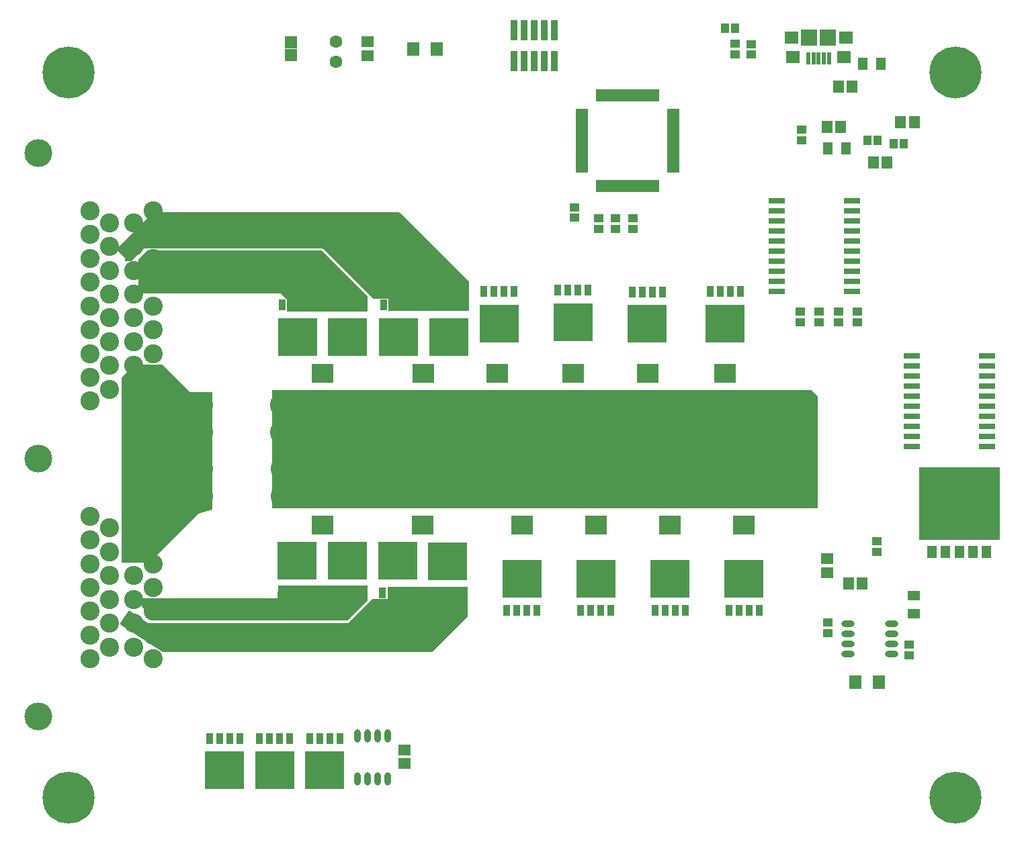
<source format=gbr>
%TF.GenerationSoftware,Altium Limited,Altium Designer,19.1.8 (144)*%
G04 Layer_Color=8388736*
%FSLAX26Y26*%
%MOIN*%
%TF.FileFunction,Soldermask,Top*%
%TF.Part,Single*%
G01*
G75*
%TA.AperFunction,SMDPad,CuDef*%
%ADD74R,0.047370X0.043433*%
%ADD75R,0.043433X0.047370*%
%ADD78R,0.061150X0.053276*%
%ADD85R,0.045402X0.041465*%
%ADD88R,0.053276X0.061150*%
%ADD89O,0.031622X0.065087*%
%ADD91R,0.082803X0.031622*%
%ADD92R,0.041465X0.045402*%
%ADD93O,0.065087X0.031622*%
%ADD94R,0.051307X0.059181*%
%TA.AperFunction,ComponentPad*%
%ADD97C,0.094614*%
%ADD98C,0.137921*%
%ADD99C,0.108000*%
%TA.AperFunction,ViaPad*%
%ADD100C,0.258000*%
%TA.AperFunction,ComponentPad*%
%ADD101C,0.063118*%
%ADD102C,0.019811*%
%TA.AperFunction,SMDPad,CuDef*%
%ADD103R,0.401701X0.362331*%
%ADD104R,0.019811X0.061150*%
%ADD105R,0.061150X0.019811*%
%ADD106R,0.061150X0.065087*%
%ADD107R,0.059181X0.051307*%
%ADD108R,0.110362X0.096583*%
%ADD109R,0.035559X0.053276*%
%ADD110R,0.193039X0.189102*%
%TA.AperFunction,ConnectorPad*%
%ADD111R,0.023748X0.061150*%
%ADD112R,0.070992X0.063118*%
%ADD113R,0.065087X0.059181*%
%TA.AperFunction,SMDPad,CuDef*%
%ADD114R,0.082803X0.082803*%
%ADD115R,0.037921X0.102488*%
%ADD116R,0.063118X0.059181*%
%ADD117R,0.050126X0.061937*%
G36*
X2286000Y2863000D02*
Y2717000D01*
X1888000D01*
Y2777000D01*
X1813500Y2777000D01*
X1561500Y3029000D01*
X675500D01*
X609500Y2963000D01*
X583536Y2963000D01*
X580000Y2966536D01*
Y2980000D01*
X536000Y3024000D01*
X720000Y3208000D01*
X1941000D01*
X2286000Y2863000D01*
D02*
G37*
G36*
X1557000Y3018500D02*
X1785000Y2790500D01*
Y2713000D01*
X1385000D01*
X1384000Y2775000D01*
X1355000Y2804000D01*
X648000D01*
Y2975000D01*
X691500Y3018500D01*
X1557000Y3018500D01*
D02*
G37*
G36*
X3988000Y2325000D02*
X4018000Y2295000D01*
X4018000Y1737000D01*
X1309000D01*
Y2325000D01*
X3988000Y2325000D01*
D02*
G37*
G36*
X901000Y2315000D02*
X1012000D01*
Y1733575D01*
X1011801Y1732750D01*
X943791Y1710791D01*
X702000Y1469000D01*
X563000D01*
X563000Y2385000D01*
X628000Y2450000D01*
X766000D01*
X901000Y2315000D01*
D02*
G37*
G36*
X1783081Y1279081D02*
X1684500Y1180500D01*
X706661D01*
X644045Y1287260D01*
X646530Y1291599D01*
X1337534Y1291599D01*
X1338534Y1353599D01*
X1783081D01*
X1783081Y1279081D01*
D02*
G37*
G36*
X2280120Y1202299D02*
X2102821Y1025000D01*
X767000D01*
X556019Y1162039D01*
X555068Y1166947D01*
X600000Y1231000D01*
X693500Y1167920D01*
X1686741D01*
X1807120Y1288299D01*
X1882120D01*
Y1348299D01*
X2280120D01*
Y1202299D01*
D02*
G37*
D74*
X4215000Y2660825D02*
D03*
Y2713975D02*
D03*
X4119733Y2660825D02*
D03*
Y2713975D02*
D03*
X4024467Y2660825D02*
D03*
Y2713975D02*
D03*
X3929200Y2660825D02*
D03*
Y2713975D02*
D03*
X4310400Y1574275D02*
D03*
Y1521125D02*
D03*
X3607362Y3990410D02*
D03*
Y4043559D02*
D03*
X3936600Y3563225D02*
D03*
Y3616375D02*
D03*
X4471000Y1062034D02*
D03*
Y1008884D02*
D03*
X4067200Y1118725D02*
D03*
Y1171875D02*
D03*
D75*
X4391850Y3548000D02*
D03*
X4445000D02*
D03*
X4315000Y3564000D02*
D03*
X4261850D02*
D03*
D78*
X1968345Y470551D02*
D03*
Y539449D02*
D03*
X1783000Y3984000D02*
D03*
Y4052898D02*
D03*
X4064000Y1488449D02*
D03*
Y1419551D02*
D03*
D85*
X3099000Y3125709D02*
D03*
Y3176890D02*
D03*
X3014800Y3125709D02*
D03*
Y3176890D02*
D03*
X2931200Y3125709D02*
D03*
Y3176890D02*
D03*
X2808800Y3180809D02*
D03*
Y3231990D02*
D03*
X3687362Y4042575D02*
D03*
Y3991394D02*
D03*
D88*
X4237449Y1365356D02*
D03*
X4168551D02*
D03*
X4360628Y3453000D02*
D03*
X4291730D02*
D03*
X4496449Y3653000D02*
D03*
X4427551D02*
D03*
X4061976Y3630468D02*
D03*
X4130874D02*
D03*
X4118976Y3830000D02*
D03*
X4187874D02*
D03*
D89*
X1884345Y608284D02*
D03*
X1834345D02*
D03*
X1784345D02*
D03*
X1734345D02*
D03*
X1884345Y393717D02*
D03*
X1834345D02*
D03*
X1784345D02*
D03*
X1734345D02*
D03*
D91*
X4188008Y2816000D02*
D03*
Y2866000D02*
D03*
Y2916000D02*
D03*
Y2966000D02*
D03*
Y3016000D02*
D03*
Y3066000D02*
D03*
Y3116000D02*
D03*
Y3166000D02*
D03*
Y3216000D02*
D03*
Y3266000D02*
D03*
X3813992Y2816000D02*
D03*
Y2866000D02*
D03*
Y2916000D02*
D03*
Y2966000D02*
D03*
Y3016000D02*
D03*
Y3066000D02*
D03*
Y3116000D02*
D03*
Y3166000D02*
D03*
Y3216000D02*
D03*
Y3266000D02*
D03*
X4481992Y2496000D02*
D03*
Y2446000D02*
D03*
Y2396000D02*
D03*
Y2346000D02*
D03*
Y2296000D02*
D03*
Y2246000D02*
D03*
Y2196000D02*
D03*
Y2146000D02*
D03*
Y2096000D02*
D03*
Y2046000D02*
D03*
X4856008Y2496000D02*
D03*
Y2446000D02*
D03*
Y2396000D02*
D03*
Y2346000D02*
D03*
Y2296000D02*
D03*
Y2246000D02*
D03*
Y2196000D02*
D03*
Y2146000D02*
D03*
Y2096000D02*
D03*
Y2046000D02*
D03*
D92*
X3607953Y4121984D02*
D03*
X3556772D02*
D03*
D93*
X4382732Y1014908D02*
D03*
Y1064908D02*
D03*
Y1114908D02*
D03*
Y1164908D02*
D03*
X4168165Y1014908D02*
D03*
Y1064908D02*
D03*
Y1114908D02*
D03*
Y1164908D02*
D03*
D94*
X4329223Y3946000D02*
D03*
X4238671D02*
D03*
X4156701Y3523000D02*
D03*
X4066150D02*
D03*
D97*
X720866Y2269685D02*
D03*
Y2387795D02*
D03*
Y2505905D02*
D03*
Y2624016D02*
D03*
Y2742126D02*
D03*
Y2860236D02*
D03*
Y2978347D02*
D03*
Y3096457D02*
D03*
Y3214567D02*
D03*
X622441Y2328740D02*
D03*
Y2446850D02*
D03*
Y2564961D02*
D03*
Y2683071D02*
D03*
Y2801181D02*
D03*
Y2919291D02*
D03*
Y3037402D02*
D03*
Y3155512D02*
D03*
X504331Y2328740D02*
D03*
Y2446850D02*
D03*
Y2564961D02*
D03*
Y2683071D02*
D03*
Y2801181D02*
D03*
Y2919291D02*
D03*
Y3037402D02*
D03*
Y3155512D02*
D03*
X405906Y2269685D02*
D03*
Y2387795D02*
D03*
Y2505905D02*
D03*
Y2624016D02*
D03*
Y2742126D02*
D03*
Y2860236D02*
D03*
Y2978347D02*
D03*
Y3096457D02*
D03*
Y3214567D02*
D03*
Y1698819D02*
D03*
Y1580709D02*
D03*
Y1462599D02*
D03*
Y1344488D02*
D03*
Y1226378D02*
D03*
Y1108268D02*
D03*
Y990158D02*
D03*
X504331Y1639764D02*
D03*
Y1521654D02*
D03*
Y1403543D02*
D03*
Y1285433D02*
D03*
Y1167323D02*
D03*
Y1049213D02*
D03*
X622441Y1639764D02*
D03*
Y1521654D02*
D03*
Y1403543D02*
D03*
Y1285433D02*
D03*
Y1167323D02*
D03*
Y1049213D02*
D03*
X720866Y1698819D02*
D03*
Y1580709D02*
D03*
Y1462599D02*
D03*
Y1344488D02*
D03*
Y1226378D02*
D03*
Y1108268D02*
D03*
Y990158D02*
D03*
D98*
X150000Y704724D02*
D03*
Y1984252D02*
D03*
Y3500000D02*
D03*
D99*
X964724Y1933022D02*
D03*
X1355276D02*
D03*
X964724Y1799163D02*
D03*
X1355276D02*
D03*
X964449Y2250000D02*
D03*
X1355000D02*
D03*
X964449Y2116142D02*
D03*
X1355000D02*
D03*
D100*
X4700000Y3900000D02*
D03*
Y300000D02*
D03*
X300000D02*
D03*
Y3900000D02*
D03*
D101*
X1628000Y3953449D02*
D03*
Y4053449D02*
D03*
D102*
X4742312Y1761900D02*
D03*
Y1809144D02*
D03*
Y1856388D02*
D03*
Y1903632D02*
D03*
Y1714656D02*
D03*
Y1667412D02*
D03*
Y1620168D02*
D03*
X4789556D02*
D03*
Y1667412D02*
D03*
Y1714656D02*
D03*
Y1903632D02*
D03*
Y1856388D02*
D03*
Y1809144D02*
D03*
Y1761900D02*
D03*
X4836800Y1620168D02*
D03*
Y1667412D02*
D03*
Y1714656D02*
D03*
Y1903632D02*
D03*
Y1856388D02*
D03*
Y1809144D02*
D03*
Y1761900D02*
D03*
X4884044Y1620168D02*
D03*
Y1667412D02*
D03*
Y1714656D02*
D03*
Y1903632D02*
D03*
Y1856388D02*
D03*
Y1809144D02*
D03*
Y1761900D02*
D03*
X4695068Y1620168D02*
D03*
Y1667412D02*
D03*
Y1714656D02*
D03*
Y1903632D02*
D03*
Y1856388D02*
D03*
Y1809144D02*
D03*
Y1761900D02*
D03*
X4647824Y1620168D02*
D03*
Y1667412D02*
D03*
Y1714656D02*
D03*
Y1903632D02*
D03*
Y1856388D02*
D03*
Y1809144D02*
D03*
Y1761900D02*
D03*
X4600580Y1620168D02*
D03*
Y1667412D02*
D03*
Y1714656D02*
D03*
Y1903632D02*
D03*
Y1856388D02*
D03*
Y1809144D02*
D03*
Y1761900D02*
D03*
X4553336Y1620168D02*
D03*
Y1667412D02*
D03*
Y1714656D02*
D03*
Y1903632D02*
D03*
Y1856388D02*
D03*
Y1809144D02*
D03*
Y1761900D02*
D03*
D103*
X4718690D02*
D03*
D104*
X2925984Y3789016D02*
D03*
X2945669D02*
D03*
X2965354D02*
D03*
X2985039D02*
D03*
X3004724D02*
D03*
X3024410D02*
D03*
X3044095D02*
D03*
X3063780D02*
D03*
X3083465D02*
D03*
X3103150D02*
D03*
X3122835D02*
D03*
X3142520D02*
D03*
X3162205D02*
D03*
X3181890D02*
D03*
X3201575D02*
D03*
X3221260D02*
D03*
Y3336260D02*
D03*
X3201575D02*
D03*
X3181890D02*
D03*
X3162205D02*
D03*
X3142520D02*
D03*
X3122835D02*
D03*
X3103150D02*
D03*
X3083465D02*
D03*
X3063780D02*
D03*
X3044095D02*
D03*
X3024410D02*
D03*
X3004724D02*
D03*
X2985039D02*
D03*
X2965354D02*
D03*
X2945669D02*
D03*
X2925984D02*
D03*
D105*
X3300000Y3710276D02*
D03*
Y3690590D02*
D03*
Y3670905D02*
D03*
Y3651220D02*
D03*
Y3631535D02*
D03*
Y3611850D02*
D03*
Y3592165D02*
D03*
Y3572480D02*
D03*
Y3552795D02*
D03*
Y3533110D02*
D03*
Y3513425D02*
D03*
Y3493740D02*
D03*
Y3474055D02*
D03*
Y3454370D02*
D03*
Y3434685D02*
D03*
Y3415000D02*
D03*
X2847244D02*
D03*
Y3434685D02*
D03*
Y3454370D02*
D03*
Y3474055D02*
D03*
Y3493740D02*
D03*
Y3513425D02*
D03*
Y3533110D02*
D03*
Y3552795D02*
D03*
Y3572480D02*
D03*
Y3592165D02*
D03*
Y3611850D02*
D03*
Y3631535D02*
D03*
Y3651220D02*
D03*
Y3670905D02*
D03*
Y3690590D02*
D03*
Y3710276D02*
D03*
D106*
X4204929Y873600D02*
D03*
X4321071D02*
D03*
X2126071Y4018449D02*
D03*
X2009929D02*
D03*
D107*
X4493000Y1214724D02*
D03*
Y1305276D02*
D03*
D108*
X2916222Y1654797D02*
D03*
Y1794561D02*
D03*
X3283643Y1654797D02*
D03*
Y1794561D02*
D03*
X3651065D02*
D03*
Y1654797D02*
D03*
X2057000Y1794561D02*
D03*
Y1654797D02*
D03*
X1559523Y1795861D02*
D03*
Y1656097D02*
D03*
X1560000Y2269439D02*
D03*
Y2409203D02*
D03*
X2061437Y2269439D02*
D03*
Y2409203D02*
D03*
X3557277Y2408882D02*
D03*
Y2269118D02*
D03*
X3174236D02*
D03*
Y2408882D02*
D03*
X2802600Y2269118D02*
D03*
Y2408882D02*
D03*
X2427900D02*
D03*
Y2269118D02*
D03*
X2548800Y1794561D02*
D03*
Y1654797D02*
D03*
D109*
X3576064Y1231470D02*
D03*
X3626064D02*
D03*
X3676064D02*
D03*
X3726064D02*
D03*
X3208643D02*
D03*
X3258643D02*
D03*
X3308643D02*
D03*
X3358643D02*
D03*
X2841221D02*
D03*
X2891221D02*
D03*
X2941221D02*
D03*
X2991221D02*
D03*
X2473800D02*
D03*
X2523800D02*
D03*
X2573800D02*
D03*
X2623800D02*
D03*
X2105477Y1317701D02*
D03*
X2155477D02*
D03*
X2205477D02*
D03*
X2255477D02*
D03*
X1857081Y1319000D02*
D03*
X1907081D02*
D03*
X1957081D02*
D03*
X2007081D02*
D03*
X1608000D02*
D03*
X1658000D02*
D03*
X1708000D02*
D03*
X1758000D02*
D03*
X1359604Y1320299D02*
D03*
X1409604D02*
D03*
X1459604D02*
D03*
X1509604D02*
D03*
X1511523Y2746299D02*
D03*
X1461523D02*
D03*
X1411523D02*
D03*
X1361523D02*
D03*
X1759919Y2745000D02*
D03*
X1709919D02*
D03*
X1659919D02*
D03*
X1609919D02*
D03*
X2012961Y2746299D02*
D03*
X1962961D02*
D03*
X1912961D02*
D03*
X1862961D02*
D03*
X2261356Y2745000D02*
D03*
X2211356D02*
D03*
X2161356D02*
D03*
X2111356D02*
D03*
X2510269Y2813000D02*
D03*
X2460269D02*
D03*
X2410269D02*
D03*
X2360269D02*
D03*
X2878000Y2819599D02*
D03*
X2828000D02*
D03*
X2778000D02*
D03*
X2728000D02*
D03*
X3245112Y2812423D02*
D03*
X3195112D02*
D03*
X3145112D02*
D03*
X3095112D02*
D03*
X3632077Y2813636D02*
D03*
X3582077D02*
D03*
X3532077D02*
D03*
X3482077D02*
D03*
X1495792Y596000D02*
D03*
X1545792D02*
D03*
X1595792D02*
D03*
X1645792D02*
D03*
X1247396D02*
D03*
X1297396D02*
D03*
X1347396D02*
D03*
X1397396D02*
D03*
X999000D02*
D03*
X1049000D02*
D03*
X1099000D02*
D03*
X1149000D02*
D03*
D110*
X3651064Y1388951D02*
D03*
X3283643D02*
D03*
X2916221D02*
D03*
X2548800D02*
D03*
X2180477Y1475181D02*
D03*
X1932081Y1476480D02*
D03*
X1683000D02*
D03*
X1434604Y1477780D02*
D03*
X1436523Y2588819D02*
D03*
X1684919Y2587520D02*
D03*
X1937961Y2588819D02*
D03*
X2186356Y2587520D02*
D03*
X2435269Y2655520D02*
D03*
X2803000Y2662119D02*
D03*
X3170112Y2654943D02*
D03*
X3557077Y2656156D02*
D03*
X1570792Y438520D02*
D03*
X1322396D02*
D03*
X1074000D02*
D03*
D111*
X4071850Y3969685D02*
D03*
X4046260D02*
D03*
X4020669D02*
D03*
X3995079D02*
D03*
X3969488D02*
D03*
D112*
X4146654Y3978543D02*
D03*
X3894685D02*
D03*
D113*
X4155512Y4075000D02*
D03*
X3885827D02*
D03*
D114*
X4067913D02*
D03*
X3973425D02*
D03*
D115*
X2710000Y4109772D02*
D03*
Y3956228D02*
D03*
X2660000Y4109772D02*
D03*
Y3956228D02*
D03*
X2610000Y4109772D02*
D03*
Y3956228D02*
D03*
X2560000Y4109772D02*
D03*
Y3956228D02*
D03*
X2510000Y4109772D02*
D03*
Y3956228D02*
D03*
D116*
X1403000Y4049945D02*
D03*
Y3986953D02*
D03*
D117*
X4854123Y1520758D02*
D03*
X4786406D02*
D03*
X4718690D02*
D03*
X4650973D02*
D03*
X4583257D02*
D03*
%TF.MD5,d7a08ac08f36cb3fb280a3f6dc614e27*%
M02*

</source>
